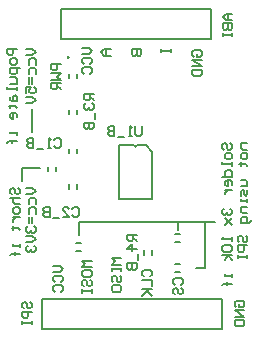
<source format=gbo>
G04*
G04 #@! TF.GenerationSoftware,Altium Limited,Altium Designer,18.0.7 (293)*
G04*
G04 Layer_Color=32896*
%FSLAX25Y25*%
%MOIN*%
G70*
G01*
G75*
%ADD10C,0.00600*%
%ADD11C,0.01000*%
%ADD12C,0.00598*%
%ADD14C,0.00787*%
D10*
X58415Y68012D02*
G03*
X59695Y68012I640J0D01*
G01*
X64617Y50098D02*
Y65895D01*
X62500Y68012D02*
X64617Y65895D01*
X59695Y68012D02*
X62500D01*
X53494D02*
X58415D01*
X53494Y50098D02*
Y68012D01*
Y50098D02*
X64617D01*
X31634Y27746D02*
X33767D01*
X34833Y26680D01*
X33767Y25614D01*
X31634D01*
X32167Y22415D02*
X31634Y22948D01*
Y24014D01*
X32167Y24547D01*
X34300D01*
X34833Y24014D01*
Y22948D01*
X34300Y22415D01*
X32167Y19216D02*
X31634Y19749D01*
Y20815D01*
X32167Y21349D01*
X34300D01*
X34833Y20815D01*
Y19749D01*
X34300Y19216D01*
X61110Y74309D02*
Y71643D01*
X60577Y71110D01*
X59511D01*
X58978Y71643D01*
Y74309D01*
X57911Y71110D02*
X56845D01*
X57378D01*
Y74309D01*
X57911Y73776D01*
X55246Y70577D02*
X53113D01*
X52047Y74309D02*
Y71110D01*
X50447D01*
X49914Y71643D01*
Y72177D01*
X50447Y72710D01*
X52047D01*
X50447D01*
X49914Y73243D01*
Y73776D01*
X50447Y74309D01*
X52047D01*
X59449Y38189D02*
X56250D01*
Y36590D01*
X56783Y36056D01*
X57849D01*
X58382Y36590D01*
Y38189D01*
Y37123D02*
X59449Y36056D01*
Y33391D02*
X56250D01*
X57849Y34990D01*
Y32857D01*
X59982Y31791D02*
Y29658D01*
X56250Y28592D02*
X59449D01*
Y26993D01*
X58916Y26459D01*
X58382D01*
X57849Y26993D01*
Y28592D01*
Y26993D01*
X57316Y26459D01*
X56783D01*
X56250Y26993D01*
Y28592D01*
X45110Y85110D02*
X41911D01*
Y83511D01*
X42444Y82978D01*
X43511D01*
X44044Y83511D01*
Y85110D01*
Y84044D02*
X45110Y82978D01*
X42444Y81911D02*
X41911Y81378D01*
Y80312D01*
X42444Y79779D01*
X42978D01*
X43511Y80312D01*
Y80845D01*
Y80312D01*
X44044Y79779D01*
X44577D01*
X45110Y80312D01*
Y81378D01*
X44577Y81911D01*
X45643Y78712D02*
Y76580D01*
X41911Y75513D02*
X45110D01*
Y73914D01*
X44577Y73381D01*
X44044D01*
X43511Y73914D01*
Y75513D01*
Y73914D01*
X42978Y73381D01*
X42444D01*
X41911Y73914D01*
Y75513D01*
X37978Y46776D02*
X38511Y47309D01*
X39577D01*
X40110Y46776D01*
Y44643D01*
X39577Y44110D01*
X38511D01*
X37978Y44643D01*
X34779Y44110D02*
X36911D01*
X34779Y46243D01*
Y46776D01*
X35312Y47309D01*
X36378D01*
X36911Y46776D01*
X33712Y43577D02*
X31580D01*
X30513Y47309D02*
Y44110D01*
X28914D01*
X28381Y44643D01*
Y45177D01*
X28914Y45710D01*
X30513D01*
X28914D01*
X28381Y46243D01*
Y46776D01*
X28914Y47309D01*
X30513D01*
X31978Y69776D02*
X32511Y70309D01*
X33577D01*
X34110Y69776D01*
Y67643D01*
X33577Y67110D01*
X32511D01*
X31978Y67643D01*
X30911Y67110D02*
X29845D01*
X30378D01*
Y70309D01*
X30911Y69776D01*
X28245Y66577D02*
X26113D01*
X25047Y70309D02*
Y67110D01*
X23447D01*
X22914Y67643D01*
Y68177D01*
X23447Y68710D01*
X25047D01*
X23447D01*
X22914Y69243D01*
Y69776D01*
X23447Y70309D01*
X25047D01*
D11*
X36675Y97311D02*
G03*
X36675Y97311I-139J0D01*
G01*
D12*
X73228Y39764D02*
Y42520D01*
X40157Y38189D02*
Y42520D01*
X79134Y27165D02*
X82284D01*
X40157Y42520D02*
X85433D01*
X21260Y55905D02*
Y60236D01*
X27165D01*
X82284Y27165D02*
Y42520D01*
X24409Y72441D02*
Y79921D01*
X64617Y65158D02*
Y65206D01*
X17839Y51600D02*
X17306Y52133D01*
Y53199D01*
X17839Y53732D01*
X18372D01*
X18905Y53199D01*
Y52133D01*
X19438Y51600D01*
X19971D01*
X20505Y52133D01*
Y53199D01*
X19971Y53732D01*
X17306Y50533D02*
X20505D01*
X18905D01*
X18372Y50000D01*
Y48934D01*
X18905Y48401D01*
X20505D01*
Y46801D02*
Y45735D01*
X19971Y45202D01*
X18905D01*
X18372Y45735D01*
Y46801D01*
X18905Y47334D01*
X19971D01*
X20505Y46801D01*
X18372Y44135D02*
X20505D01*
X19438D01*
X18905Y43602D01*
X18372Y43069D01*
Y42536D01*
X17839Y40403D02*
X18372D01*
Y40936D01*
Y39870D01*
Y40403D01*
X19971D01*
X20505Y39870D01*
Y35072D02*
Y34005D01*
Y34538D01*
X18372D01*
Y35072D01*
X20505Y31873D02*
X17839D01*
X18905D01*
Y32406D01*
Y31339D01*
Y31873D01*
X17839D01*
X17306Y31339D01*
X22581Y53732D02*
X24713D01*
X25780Y52666D01*
X24713Y51600D01*
X22581D01*
X23647Y48401D02*
Y50000D01*
X24180Y50533D01*
X25246D01*
X25780Y50000D01*
Y48401D01*
X23647Y45202D02*
Y46801D01*
X24180Y47334D01*
X25246D01*
X25780Y46801D01*
Y45202D01*
X24713Y44135D02*
Y42003D01*
X23647Y44135D02*
Y42003D01*
X23114Y40936D02*
X22581Y40403D01*
Y39337D01*
X23114Y38804D01*
X23647D01*
X24180Y39337D01*
Y39870D01*
Y39337D01*
X24713Y38804D01*
X25246D01*
X25780Y39337D01*
Y40403D01*
X25246Y40936D01*
X22581Y37738D02*
X24713D01*
X25780Y36671D01*
X24713Y35605D01*
X22581D01*
X23114Y34538D02*
X22581Y34005D01*
Y32939D01*
X23114Y32406D01*
X23647D01*
X24180Y32939D01*
Y33472D01*
Y32939D01*
X24713Y32406D01*
X25246D01*
X25780Y32939D01*
Y34005D01*
X25246Y34538D01*
X19438Y100189D02*
X16239D01*
Y98589D01*
X16772Y98056D01*
X17839D01*
X18372Y98589D01*
Y100189D01*
X19438Y96457D02*
Y95390D01*
X18905Y94857D01*
X17839D01*
X17306Y95390D01*
Y96457D01*
X17839Y96990D01*
X18905D01*
X19438Y96457D01*
X20505Y93791D02*
X17306D01*
Y92192D01*
X17839Y91658D01*
X18905D01*
X19438Y92192D01*
Y93791D01*
X17306Y90592D02*
X18905D01*
X19438Y90059D01*
Y88459D01*
X17306D01*
X19438Y87393D02*
Y86327D01*
Y86860D01*
X16239D01*
Y87393D01*
X17306Y84194D02*
Y83128D01*
X17839Y82595D01*
X19438D01*
Y84194D01*
X18905Y84727D01*
X18372Y84194D01*
Y82595D01*
X16772Y80995D02*
X17306D01*
Y81528D01*
Y80462D01*
Y80995D01*
X18905D01*
X19438Y80462D01*
Y77263D02*
Y78329D01*
X18905Y78863D01*
X17839D01*
X17306Y78329D01*
Y77263D01*
X17839Y76730D01*
X18372D01*
Y78863D01*
X19438Y72465D02*
Y71398D01*
Y71931D01*
X17306D01*
Y72465D01*
X19438Y69266D02*
X16772D01*
X17839D01*
Y69799D01*
Y68733D01*
Y69266D01*
X16772D01*
X16239Y68733D01*
X22581Y100189D02*
X24713D01*
X25780Y99123D01*
X24713Y98056D01*
X22581D01*
X23647Y94857D02*
Y96457D01*
X24180Y96990D01*
X25246D01*
X25780Y96457D01*
Y94857D01*
X23647Y91658D02*
Y93258D01*
X24180Y93791D01*
X25246D01*
X25780Y93258D01*
Y91658D01*
X24713Y90592D02*
Y88459D01*
X23647Y90592D02*
Y88459D01*
X22581Y85260D02*
Y87393D01*
X24180D01*
X23647Y86327D01*
Y85794D01*
X24180Y85260D01*
X25246D01*
X25780Y85794D01*
Y86860D01*
X25246Y87393D01*
X22581Y84194D02*
X24713D01*
X25780Y83128D01*
X24713Y82061D01*
X22581D01*
X88426Y66560D02*
X87893Y67093D01*
Y68160D01*
X88426Y68693D01*
X88959D01*
X89492Y68160D01*
Y67093D01*
X90026Y66560D01*
X90559D01*
X91092Y67093D01*
Y68160D01*
X90559Y68693D01*
X91092Y64961D02*
Y63894D01*
X90559Y63361D01*
X89492D01*
X88959Y63894D01*
Y64961D01*
X89492Y65494D01*
X90559D01*
X91092Y64961D01*
Y62295D02*
Y61229D01*
Y61762D01*
X87893D01*
Y62295D01*
Y57497D02*
X91092D01*
Y59096D01*
X90559Y59629D01*
X89492D01*
X88959Y59096D01*
Y57497D01*
X91092Y54831D02*
Y55897D01*
X90559Y56430D01*
X89492D01*
X88959Y55897D01*
Y54831D01*
X89492Y54298D01*
X90026D01*
Y56430D01*
X88959Y53231D02*
X91092D01*
X90026D01*
X89492Y52698D01*
X88959Y52165D01*
Y51632D01*
X88426Y46833D02*
X87893Y46300D01*
Y45234D01*
X88426Y44701D01*
X88959D01*
X89492Y45234D01*
Y45767D01*
Y45234D01*
X90026Y44701D01*
X90559D01*
X91092Y45234D01*
Y46300D01*
X90559Y46833D01*
X88959Y43634D02*
X91092Y41502D01*
X90026Y42568D01*
X88959Y41502D01*
X91092Y43634D01*
Y37236D02*
Y36170D01*
Y36703D01*
X87893D01*
X88426Y37236D01*
Y34571D02*
X87893Y34037D01*
Y32971D01*
X88426Y32438D01*
X90559D01*
X91092Y32971D01*
Y34037D01*
X90559Y34571D01*
X88426D01*
X91092Y31372D02*
X87893D01*
X90026D02*
X88959Y29772D01*
X90026Y31372D02*
X91092Y29772D01*
Y24974D02*
Y23907D01*
Y24441D01*
X88959D01*
Y24974D01*
X91092Y21775D02*
X88426D01*
X89492D01*
Y22308D01*
Y21242D01*
Y21775D01*
X88426D01*
X87893Y21242D01*
X96367Y68693D02*
X94234D01*
Y67093D01*
X94767Y66560D01*
X96367D01*
Y64961D02*
Y63894D01*
X95834Y63361D01*
X94767D01*
X94234Y63894D01*
Y64961D01*
X94767Y65494D01*
X95834D01*
X96367Y64961D01*
X93701Y61762D02*
X94234D01*
Y62295D01*
Y61229D01*
Y61762D01*
X95834D01*
X96367Y61229D01*
X94234Y56430D02*
X95834D01*
X96367Y55897D01*
Y54298D01*
X94234D01*
X96367Y53231D02*
Y51632D01*
X95834Y51099D01*
X95300Y51632D01*
Y52698D01*
X94767Y53231D01*
X94234Y52698D01*
Y51099D01*
X96367Y50032D02*
Y48966D01*
Y49499D01*
X94234D01*
Y50032D01*
X96367Y47366D02*
X94234D01*
Y45767D01*
X94767Y45234D01*
X96367D01*
X97433Y43101D02*
Y42568D01*
X96900Y42035D01*
X94234D01*
Y43634D01*
X94767Y44168D01*
X95834D01*
X96367Y43634D01*
Y42035D01*
X93701Y35637D02*
X93168Y36170D01*
Y37236D01*
X93701Y37770D01*
X94234D01*
X94767Y37236D01*
Y36170D01*
X95300Y35637D01*
X95834D01*
X96367Y36170D01*
Y37236D01*
X95834Y37770D01*
X96367Y34571D02*
X93168D01*
Y32971D01*
X93701Y32438D01*
X94767D01*
X95300Y32971D01*
Y34571D01*
X93168Y31372D02*
Y30305D01*
Y30839D01*
X96367D01*
Y31372D01*
Y30305D01*
X21744Y13615D02*
X21211Y14149D01*
Y15215D01*
X21744Y15748D01*
X22277D01*
X22810Y15215D01*
Y14149D01*
X23343Y13615D01*
X23876D01*
X24409Y14149D01*
Y15215D01*
X23876Y15748D01*
X24409Y12549D02*
X21211D01*
Y10950D01*
X21744Y10416D01*
X22810D01*
X23343Y10950D01*
Y12549D01*
X21211Y9350D02*
Y8284D01*
Y8817D01*
X24409D01*
Y9350D01*
Y8284D01*
X92609Y14009D02*
X92076Y14542D01*
Y15608D01*
X92609Y16142D01*
X94742D01*
X95276Y15608D01*
Y14542D01*
X94742Y14009D01*
X93676D01*
Y15075D01*
X95276Y12942D02*
X92076D01*
X95276Y10809D01*
X92076D01*
Y9742D02*
X95276D01*
Y8142D01*
X94742Y7609D01*
X92609D01*
X92076Y8142D01*
Y9742D01*
X91339Y111811D02*
X89205D01*
X88139Y110744D01*
X89205Y109678D01*
X91339D01*
X89739D01*
Y111811D01*
X88139Y108611D02*
X91339D01*
Y107011D01*
X90805Y106478D01*
X90272D01*
X89739Y107011D01*
Y108611D01*
Y107011D01*
X89205Y106478D01*
X88672D01*
X88139Y107011D01*
Y108611D01*
Y105412D02*
Y104345D01*
Y104878D01*
X91339D01*
Y105412D01*
Y104345D01*
X54331Y30315D02*
X51131D01*
X52197Y29248D01*
X51131Y28182D01*
X54331D01*
X51131Y27115D02*
Y26049D01*
Y26582D01*
X54331D01*
Y27115D01*
Y26049D01*
X51664Y22316D02*
X51131Y22849D01*
Y23915D01*
X51664Y24449D01*
X52197D01*
X52731Y23915D01*
Y22849D01*
X53264Y22316D01*
X53797D01*
X54331Y22849D01*
Y23915D01*
X53797Y24449D01*
X51131Y19649D02*
Y20716D01*
X51664Y21249D01*
X53797D01*
X54331Y20716D01*
Y19649D01*
X53797Y19116D01*
X51664D01*
X51131Y19649D01*
X61901Y24245D02*
X61367Y24778D01*
Y25845D01*
X61901Y26378D01*
X64034D01*
X64567Y25845D01*
Y24778D01*
X64034Y24245D01*
X61367Y23178D02*
X64567D01*
Y21045D01*
X61367Y19978D02*
X64567D01*
X63500D01*
X61367Y17845D01*
X62967Y19445D01*
X64567Y17845D01*
X78436Y97473D02*
X77903Y98006D01*
Y99073D01*
X78436Y99606D01*
X80569D01*
X81102Y99073D01*
Y98006D01*
X80569Y97473D01*
X79502D01*
Y98540D01*
X81102Y96407D02*
X77903D01*
X81102Y94273D01*
X77903D01*
Y93207D02*
X81102D01*
Y91607D01*
X80569Y91074D01*
X78436D01*
X77903Y91607D01*
Y93207D01*
X67666Y100000D02*
Y98933D01*
Y99467D01*
X70866D01*
Y100000D01*
Y98933D01*
X44488Y29528D02*
X41288D01*
X42355Y28461D01*
X41288Y27394D01*
X44488D01*
X41288Y24728D02*
Y25795D01*
X41822Y26328D01*
X43955D01*
X44488Y25795D01*
Y24728D01*
X43955Y24195D01*
X41822D01*
X41288Y24728D01*
X41822Y20995D02*
X41288Y21528D01*
Y22595D01*
X41822Y23128D01*
X42355D01*
X42888Y22595D01*
Y21528D01*
X43422Y20995D01*
X43955D01*
X44488Y21528D01*
Y22595D01*
X43955Y23128D01*
X41288Y19928D02*
Y18862D01*
Y19395D01*
X44488D01*
Y19928D01*
Y18862D01*
X72137Y21489D02*
X71603Y22022D01*
Y23089D01*
X72137Y23622D01*
X74270D01*
X74803Y23089D01*
Y22022D01*
X74270Y21489D01*
X72137Y18289D02*
X71603Y18822D01*
Y19889D01*
X72137Y20422D01*
X72670D01*
X73203Y19889D01*
Y18822D01*
X73737Y18289D01*
X74270D01*
X74803Y18822D01*
Y19889D01*
X74270Y20422D01*
X34110Y95110D02*
X30911D01*
Y93510D01*
X31444Y92977D01*
X32510D01*
X33044Y93510D01*
Y95110D01*
X30911Y91910D02*
X34110D01*
X33044Y90844D01*
X34110Y89777D01*
X30911D01*
X34110Y88711D02*
X30911D01*
Y87111D01*
X31444Y86577D01*
X32510D01*
X33044Y87111D01*
Y88711D01*
Y87644D02*
X34110Y86577D01*
X41288Y100394D02*
X43422D01*
X44488Y99327D01*
X43422Y98260D01*
X41288D01*
X41822Y95061D02*
X41288Y95594D01*
Y96661D01*
X41822Y97194D01*
X43955D01*
X44488Y96661D01*
Y95594D01*
X43955Y95061D01*
X41822Y91861D02*
X41288Y92394D01*
Y93461D01*
X41822Y93994D01*
X43955D01*
X44488Y93461D01*
Y92394D01*
X43955Y91861D01*
X50787Y100000D02*
X48654D01*
X47588Y98933D01*
X48654Y97867D01*
X50787D01*
X49187D01*
Y100000D01*
X57824D02*
X61024D01*
Y98400D01*
X60490Y97867D01*
X59957D01*
X59424Y98400D01*
Y100000D01*
Y98400D01*
X58890Y97867D01*
X58357D01*
X57824Y98400D01*
Y100000D01*
D14*
X61732Y31370D02*
Y32945D01*
X64488Y31370D02*
Y32945D01*
X36732Y65276D02*
Y66850D01*
X39488Y65276D02*
Y66850D01*
X39488Y53417D02*
Y54992D01*
X36732Y53417D02*
Y54992D01*
X39488Y90323D02*
Y91898D01*
X36732Y90323D02*
Y91898D01*
X84213Y103268D02*
Y113268D01*
X34213D02*
X84213D01*
X34213Y103268D02*
X84213D01*
X34213D02*
Y113268D01*
X72323Y35732D02*
X73898D01*
X72323Y38488D02*
X73898D01*
X32488Y59323D02*
Y60898D01*
X29732Y59323D02*
Y60898D01*
X39488Y78323D02*
Y79898D01*
X36732Y78323D02*
Y79898D01*
X72323Y28488D02*
X73898D01*
X72323Y25732D02*
X73898D01*
X39323Y32732D02*
X40898D01*
X39323Y35488D02*
X40898D01*
X87992Y6811D02*
Y16811D01*
X27992Y6811D02*
Y16811D01*
Y6811D02*
X87992D01*
X27992Y16811D02*
X87992D01*
M02*

</source>
